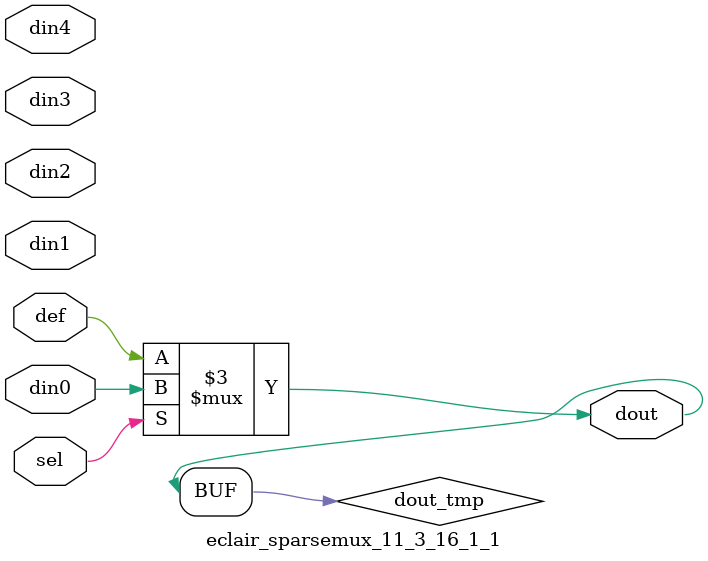
<source format=v>
`timescale 1ns / 1ps

module eclair_sparsemux_11_3_16_1_1 (din0,din1,din2,din3,din4,def,sel,dout);

parameter din0_WIDTH = 1;

parameter din1_WIDTH = 1;

parameter din2_WIDTH = 1;

parameter din3_WIDTH = 1;

parameter din4_WIDTH = 1;

parameter def_WIDTH = 1;
parameter sel_WIDTH = 1;
parameter dout_WIDTH = 1;

parameter [sel_WIDTH-1:0] CASE0 = 1;

parameter [sel_WIDTH-1:0] CASE1 = 1;

parameter [sel_WIDTH-1:0] CASE2 = 1;

parameter [sel_WIDTH-1:0] CASE3 = 1;

parameter [sel_WIDTH-1:0] CASE4 = 1;

parameter ID = 1;
parameter NUM_STAGE = 1;



input [din0_WIDTH-1:0] din0;

input [din1_WIDTH-1:0] din1;

input [din2_WIDTH-1:0] din2;

input [din3_WIDTH-1:0] din3;

input [din4_WIDTH-1:0] din4;

input [def_WIDTH-1:0] def;
input [sel_WIDTH-1:0] sel;

output [dout_WIDTH-1:0] dout;



reg [dout_WIDTH-1:0] dout_tmp;


always @ (*) begin
(* parallel_case *) case (sel)
    
    CASE0 : dout_tmp = din0;
    
    CASE1 : dout_tmp = din1;
    
    CASE2 : dout_tmp = din2;
    
    CASE3 : dout_tmp = din3;
    
    CASE4 : dout_tmp = din4;
    
    default : dout_tmp = def;
endcase
end


assign dout = dout_tmp;



endmodule

</source>
